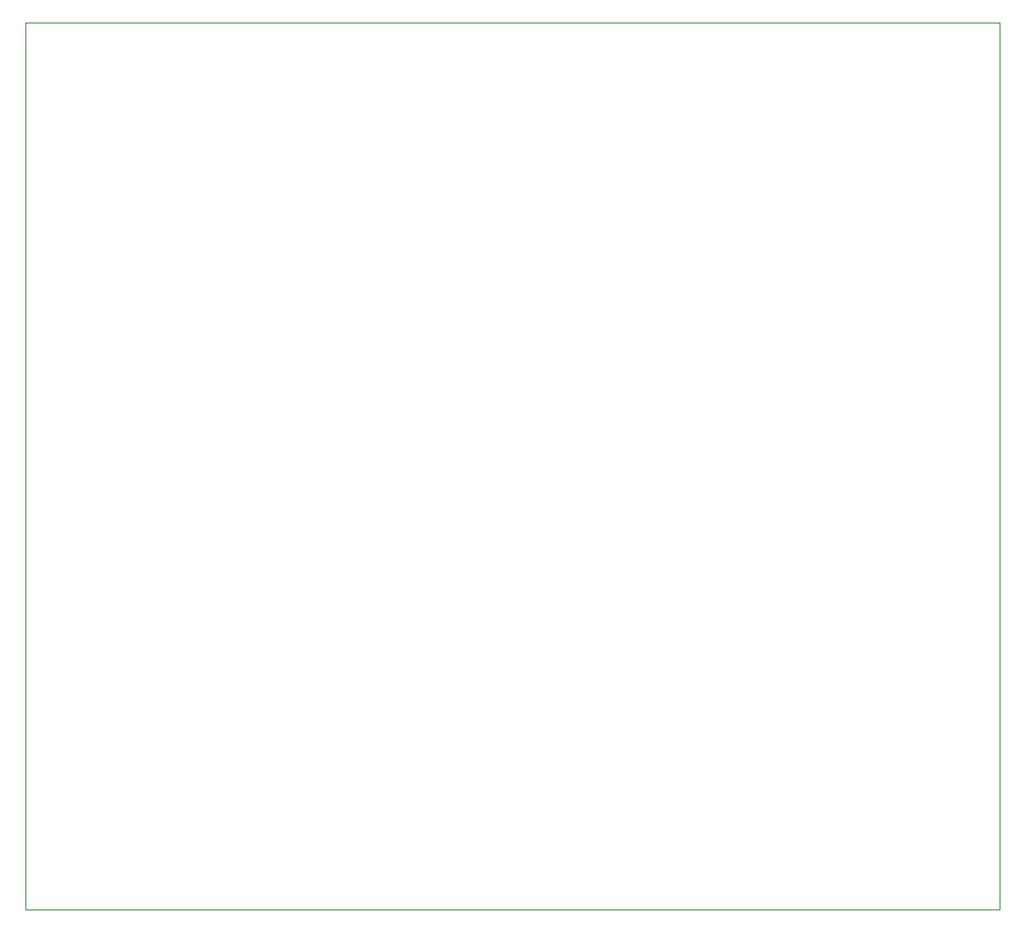
<source format=gbr>
G04 (created by PCBNEW (22-Jun-2014 BZR 4027)-stable) date Cts 25 Nis 2020 13:27:14 +03*
%MOIN*%
G04 Gerber Fmt 3.4, Leading zero omitted, Abs format*
%FSLAX34Y34*%
G01*
G70*
G90*
G04 APERTURE LIST*
%ADD10C,0.00590551*%
%ADD11C,0.00393701*%
G04 APERTURE END LIST*
G54D10*
G54D11*
X7600Y-5200D02*
X7700Y-5200D01*
X7600Y-36650D02*
X7600Y-5200D01*
X42150Y-36650D02*
X7600Y-36650D01*
X42150Y-5200D02*
X42150Y-36650D01*
X7650Y-5200D02*
X42150Y-5200D01*
M02*

</source>
